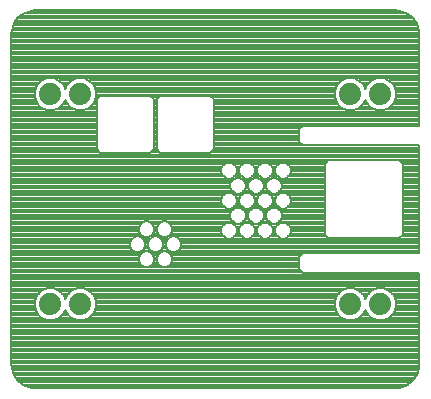
<source format=gbl>
G75*
%MOIN*%
%OFA0B0*%
%FSLAX25Y25*%
%IPPOS*%
%LPD*%
%AMOC8*
5,1,8,0,0,1.08239X$1,22.5*
%
%ADD10C,0.07400*%
%ADD11C,0.00800*%
D10*
X0020000Y0031500D03*
X0030000Y0031500D03*
X0030000Y0101500D03*
X0020000Y0101500D03*
X0120000Y0101500D03*
X0130000Y0101500D03*
X0130000Y0031500D03*
X0120000Y0031500D03*
D11*
X0009343Y0005843D02*
X0007872Y0007868D01*
X0007098Y0010249D01*
X0007000Y0011500D01*
X0007000Y0121500D01*
X0007098Y0122751D01*
X0007872Y0125132D01*
X0009343Y0127157D01*
X0011368Y0128628D01*
X0013749Y0129402D01*
X0015000Y0129500D01*
X0135000Y0129500D01*
X0136251Y0129402D01*
X0138632Y0128628D01*
X0140657Y0127157D01*
X0142128Y0125132D01*
X0142902Y0122751D01*
X0143000Y0121500D01*
X0143000Y0091000D01*
X0104172Y0091000D01*
X0103000Y0089828D01*
X0103000Y0085672D01*
X0104172Y0084500D01*
X0143000Y0084500D01*
X0143000Y0048500D01*
X0104172Y0048500D01*
X0103000Y0047328D01*
X0103000Y0043172D01*
X0104172Y0042000D01*
X0143000Y0042000D01*
X0143000Y0011500D01*
X0142902Y0010249D01*
X0142128Y0007868D01*
X0140657Y0005843D01*
X0138632Y0004372D01*
X0136251Y0003598D01*
X0135000Y0003500D01*
X0015000Y0003500D01*
X0013749Y0003598D01*
X0011368Y0004372D01*
X0009343Y0005843D01*
X0009018Y0006291D02*
X0140982Y0006291D01*
X0141562Y0007090D02*
X0008438Y0007090D01*
X0007865Y0007888D02*
X0142135Y0007888D01*
X0142394Y0008687D02*
X0007606Y0008687D01*
X0007347Y0009485D02*
X0142653Y0009485D01*
X0142904Y0010284D02*
X0007096Y0010284D01*
X0007033Y0011082D02*
X0142967Y0011082D01*
X0143000Y0011881D02*
X0007000Y0011881D01*
X0007000Y0012679D02*
X0143000Y0012679D01*
X0143000Y0013478D02*
X0007000Y0013478D01*
X0007000Y0014276D02*
X0143000Y0014276D01*
X0143000Y0015075D02*
X0007000Y0015075D01*
X0007000Y0015873D02*
X0143000Y0015873D01*
X0143000Y0016672D02*
X0007000Y0016672D01*
X0007000Y0017470D02*
X0143000Y0017470D01*
X0143000Y0018269D02*
X0007000Y0018269D01*
X0007000Y0019067D02*
X0143000Y0019067D01*
X0143000Y0019866D02*
X0007000Y0019866D01*
X0007000Y0020664D02*
X0143000Y0020664D01*
X0143000Y0021463D02*
X0007000Y0021463D01*
X0007000Y0022261D02*
X0143000Y0022261D01*
X0143000Y0023060D02*
X0007000Y0023060D01*
X0007000Y0023858D02*
X0143000Y0023858D01*
X0143000Y0024657D02*
X0007000Y0024657D01*
X0007000Y0025455D02*
X0143000Y0025455D01*
X0143000Y0026254D02*
X0131184Y0026254D01*
X0131054Y0026200D02*
X0133002Y0027007D01*
X0134493Y0028498D01*
X0135300Y0030446D01*
X0135300Y0032554D01*
X0134493Y0034502D01*
X0133002Y0035993D01*
X0131054Y0036800D01*
X0128946Y0036800D01*
X0126998Y0035993D01*
X0125507Y0034502D01*
X0125000Y0033278D01*
X0124493Y0034502D01*
X0123002Y0035993D01*
X0121054Y0036800D01*
X0118946Y0036800D01*
X0116998Y0035993D01*
X0115507Y0034502D01*
X0114700Y0032554D01*
X0114700Y0030446D01*
X0115507Y0028498D01*
X0116998Y0027007D01*
X0118946Y0026200D01*
X0121054Y0026200D01*
X0123002Y0027007D01*
X0124493Y0028498D01*
X0125000Y0029722D01*
X0125507Y0028498D01*
X0126998Y0027007D01*
X0128946Y0026200D01*
X0131054Y0026200D01*
X0133048Y0027052D02*
X0143000Y0027052D01*
X0143000Y0027851D02*
X0133846Y0027851D01*
X0134556Y0028649D02*
X0143000Y0028649D01*
X0143000Y0029448D02*
X0134887Y0029448D01*
X0135217Y0030246D02*
X0143000Y0030246D01*
X0143000Y0031045D02*
X0135300Y0031045D01*
X0135300Y0031843D02*
X0143000Y0031843D01*
X0143000Y0032642D02*
X0135264Y0032642D01*
X0134933Y0033440D02*
X0143000Y0033440D01*
X0143000Y0034239D02*
X0134602Y0034239D01*
X0133958Y0035037D02*
X0143000Y0035037D01*
X0143000Y0035836D02*
X0133159Y0035836D01*
X0131454Y0036634D02*
X0143000Y0036634D01*
X0143000Y0037433D02*
X0007000Y0037433D01*
X0007000Y0036634D02*
X0018546Y0036634D01*
X0018946Y0036800D02*
X0016998Y0035993D01*
X0015507Y0034502D01*
X0014700Y0032554D01*
X0014700Y0030446D01*
X0015507Y0028498D01*
X0016998Y0027007D01*
X0018946Y0026200D01*
X0021054Y0026200D01*
X0023002Y0027007D01*
X0024493Y0028498D01*
X0025000Y0029722D01*
X0025507Y0028498D01*
X0026998Y0027007D01*
X0028946Y0026200D01*
X0031054Y0026200D01*
X0033002Y0027007D01*
X0034493Y0028498D01*
X0035300Y0030446D01*
X0035300Y0032554D01*
X0034493Y0034502D01*
X0033002Y0035993D01*
X0031054Y0036800D01*
X0028946Y0036800D01*
X0026998Y0035993D01*
X0025507Y0034502D01*
X0025000Y0033278D01*
X0024493Y0034502D01*
X0023002Y0035993D01*
X0021054Y0036800D01*
X0018946Y0036800D01*
X0016841Y0035836D02*
X0007000Y0035836D01*
X0007000Y0035037D02*
X0016042Y0035037D01*
X0015398Y0034239D02*
X0007000Y0034239D01*
X0007000Y0033440D02*
X0015067Y0033440D01*
X0014736Y0032642D02*
X0007000Y0032642D01*
X0007000Y0031843D02*
X0014700Y0031843D01*
X0014700Y0031045D02*
X0007000Y0031045D01*
X0007000Y0030246D02*
X0014783Y0030246D01*
X0015113Y0029448D02*
X0007000Y0029448D01*
X0007000Y0028649D02*
X0015444Y0028649D01*
X0016154Y0027851D02*
X0007000Y0027851D01*
X0007000Y0027052D02*
X0016952Y0027052D01*
X0018816Y0026254D02*
X0007000Y0026254D01*
X0007000Y0038232D02*
X0143000Y0038232D01*
X0143000Y0039030D02*
X0007000Y0039030D01*
X0007000Y0039829D02*
X0143000Y0039829D01*
X0143000Y0040627D02*
X0007000Y0040627D01*
X0007000Y0041426D02*
X0143000Y0041426D01*
X0143000Y0048612D02*
X0059565Y0048612D01*
X0059473Y0048704D02*
X0058517Y0049100D01*
X0057483Y0049100D01*
X0056527Y0048704D01*
X0055796Y0047973D01*
X0055400Y0047017D01*
X0055400Y0045983D01*
X0055796Y0045027D01*
X0056527Y0044296D01*
X0057483Y0043900D01*
X0058517Y0043900D01*
X0059473Y0044296D01*
X0060204Y0045027D01*
X0060600Y0045983D01*
X0060600Y0047017D01*
X0060204Y0047973D01*
X0059473Y0048704D01*
X0059527Y0049296D02*
X0060483Y0048900D01*
X0061517Y0048900D01*
X0062473Y0049296D01*
X0063204Y0050027D01*
X0063600Y0050983D01*
X0063600Y0052017D01*
X0063204Y0052973D01*
X0062473Y0053704D01*
X0061517Y0054100D01*
X0060483Y0054100D01*
X0059527Y0053704D01*
X0058796Y0052973D01*
X0058400Y0052017D01*
X0058400Y0050983D01*
X0058796Y0050027D01*
X0059527Y0049296D01*
X0059412Y0049411D02*
X0056588Y0049411D01*
X0056473Y0049296D02*
X0057204Y0050027D01*
X0057600Y0050983D01*
X0057600Y0052017D01*
X0057204Y0052973D01*
X0056473Y0053704D01*
X0055517Y0054100D01*
X0054483Y0054100D01*
X0053527Y0053704D01*
X0052796Y0052973D01*
X0052400Y0052017D01*
X0052400Y0050983D01*
X0052796Y0050027D01*
X0053527Y0049296D01*
X0054483Y0048900D01*
X0055517Y0048900D01*
X0056473Y0049296D01*
X0056435Y0048612D02*
X0053565Y0048612D01*
X0053473Y0048704D02*
X0052517Y0049100D01*
X0051483Y0049100D01*
X0050527Y0048704D01*
X0049796Y0047973D01*
X0049400Y0047017D01*
X0049400Y0045983D01*
X0049796Y0045027D01*
X0050527Y0044296D01*
X0051483Y0043900D01*
X0052517Y0043900D01*
X0053473Y0044296D01*
X0054204Y0045027D01*
X0054600Y0045983D01*
X0054600Y0047017D01*
X0054204Y0047973D01*
X0053473Y0048704D01*
X0053412Y0049411D02*
X0050588Y0049411D01*
X0050473Y0049296D02*
X0051204Y0050027D01*
X0051600Y0050983D01*
X0051600Y0052017D01*
X0051204Y0052973D01*
X0050473Y0053704D01*
X0049517Y0054100D01*
X0048483Y0054100D01*
X0047527Y0053704D01*
X0046796Y0052973D01*
X0046400Y0052017D01*
X0046400Y0050983D01*
X0046796Y0050027D01*
X0047527Y0049296D01*
X0048483Y0048900D01*
X0049517Y0048900D01*
X0050473Y0049296D01*
X0050435Y0048612D02*
X0007000Y0048612D01*
X0007000Y0047814D02*
X0049730Y0047814D01*
X0049400Y0047015D02*
X0007000Y0047015D01*
X0007000Y0046217D02*
X0049400Y0046217D01*
X0049634Y0045418D02*
X0007000Y0045418D01*
X0007000Y0044620D02*
X0050203Y0044620D01*
X0053797Y0044620D02*
X0056203Y0044620D01*
X0055634Y0045418D02*
X0054366Y0045418D01*
X0054600Y0046217D02*
X0055400Y0046217D01*
X0055400Y0047015D02*
X0054600Y0047015D01*
X0054270Y0047814D02*
X0055730Y0047814D01*
X0057280Y0050209D02*
X0058720Y0050209D01*
X0058400Y0051008D02*
X0057600Y0051008D01*
X0057600Y0051806D02*
X0058400Y0051806D01*
X0058643Y0052605D02*
X0057357Y0052605D01*
X0056774Y0053403D02*
X0059226Y0053403D01*
X0059246Y0054202D02*
X0077621Y0054202D01*
X0077296Y0054527D02*
X0078027Y0053796D01*
X0078983Y0053400D01*
X0080017Y0053400D01*
X0080973Y0053796D01*
X0081704Y0054527D01*
X0082100Y0055483D01*
X0082100Y0056517D01*
X0081704Y0057473D01*
X0080973Y0058204D01*
X0080017Y0058600D01*
X0078983Y0058600D01*
X0078027Y0058204D01*
X0077296Y0057473D01*
X0076900Y0056517D01*
X0076900Y0055483D01*
X0077296Y0054527D01*
X0077100Y0055000D02*
X0060177Y0055000D01*
X0060204Y0055027D02*
X0060600Y0055983D01*
X0060600Y0057017D01*
X0060204Y0057973D01*
X0059473Y0058704D01*
X0058517Y0059100D01*
X0057483Y0059100D01*
X0056527Y0058704D01*
X0055796Y0057973D01*
X0055400Y0057017D01*
X0055400Y0055983D01*
X0055796Y0055027D01*
X0056527Y0054296D01*
X0057483Y0053900D01*
X0058517Y0053900D01*
X0059473Y0054296D01*
X0060204Y0055027D01*
X0060524Y0055799D02*
X0076900Y0055799D01*
X0076933Y0056597D02*
X0060600Y0056597D01*
X0060443Y0057396D02*
X0077264Y0057396D01*
X0078017Y0058194D02*
X0059983Y0058194D01*
X0058776Y0058993D02*
X0080830Y0058993D01*
X0081027Y0058796D02*
X0081983Y0058400D01*
X0083017Y0058400D01*
X0083973Y0058796D01*
X0084704Y0059527D01*
X0085100Y0060483D01*
X0085100Y0061517D01*
X0084704Y0062473D01*
X0083973Y0063204D01*
X0083017Y0063600D01*
X0081983Y0063600D01*
X0081027Y0063204D01*
X0080296Y0062473D01*
X0079900Y0061517D01*
X0079900Y0060483D01*
X0080296Y0059527D01*
X0081027Y0058796D01*
X0080983Y0058194D02*
X0084017Y0058194D01*
X0084027Y0058204D02*
X0083296Y0057473D01*
X0082900Y0056517D01*
X0082900Y0055483D01*
X0083296Y0054527D01*
X0084027Y0053796D01*
X0084983Y0053400D01*
X0086017Y0053400D01*
X0086973Y0053796D01*
X0087704Y0054527D01*
X0088100Y0055483D01*
X0088100Y0056517D01*
X0087704Y0057473D01*
X0086973Y0058204D01*
X0086017Y0058600D01*
X0084983Y0058600D01*
X0084027Y0058204D01*
X0084170Y0058993D02*
X0086830Y0058993D01*
X0087027Y0058796D02*
X0087983Y0058400D01*
X0089017Y0058400D01*
X0089973Y0058796D01*
X0090704Y0059527D01*
X0091100Y0060483D01*
X0091100Y0061517D01*
X0090704Y0062473D01*
X0089973Y0063204D01*
X0089017Y0063600D01*
X0087983Y0063600D01*
X0087027Y0063204D01*
X0086296Y0062473D01*
X0085900Y0061517D01*
X0085900Y0060483D01*
X0086296Y0059527D01*
X0087027Y0058796D01*
X0086983Y0058194D02*
X0090017Y0058194D01*
X0090027Y0058204D02*
X0089296Y0057473D01*
X0088900Y0056517D01*
X0088900Y0055483D01*
X0089296Y0054527D01*
X0090027Y0053796D01*
X0090983Y0053400D01*
X0092017Y0053400D01*
X0092973Y0053796D01*
X0093704Y0054527D01*
X0094100Y0055483D01*
X0094100Y0056517D01*
X0093704Y0057473D01*
X0092973Y0058204D01*
X0092017Y0058600D01*
X0090983Y0058600D01*
X0090027Y0058204D01*
X0090170Y0058993D02*
X0092830Y0058993D01*
X0093027Y0058796D02*
X0093983Y0058400D01*
X0095017Y0058400D01*
X0095973Y0058796D01*
X0096704Y0059527D01*
X0097100Y0060483D01*
X0097100Y0061517D01*
X0096704Y0062473D01*
X0095973Y0063204D01*
X0095017Y0063600D01*
X0093983Y0063600D01*
X0093027Y0063204D01*
X0092296Y0062473D01*
X0091900Y0061517D01*
X0091900Y0060483D01*
X0092296Y0059527D01*
X0093027Y0058796D01*
X0092983Y0058194D02*
X0096017Y0058194D01*
X0096027Y0058204D02*
X0095296Y0057473D01*
X0094900Y0056517D01*
X0094900Y0055483D01*
X0095296Y0054527D01*
X0096027Y0053796D01*
X0096983Y0053400D01*
X0098017Y0053400D01*
X0098973Y0053796D01*
X0099704Y0054527D01*
X0100100Y0055483D01*
X0100100Y0056517D01*
X0099704Y0057473D01*
X0098973Y0058204D01*
X0098017Y0058600D01*
X0096983Y0058600D01*
X0096027Y0058204D01*
X0096170Y0058993D02*
X0111500Y0058993D01*
X0111500Y0059791D02*
X0096814Y0059791D01*
X0097100Y0060590D02*
X0111500Y0060590D01*
X0111500Y0061388D02*
X0097100Y0061388D01*
X0096823Y0062187D02*
X0111500Y0062187D01*
X0111500Y0062985D02*
X0096192Y0062985D01*
X0096056Y0063784D02*
X0092944Y0063784D01*
X0092973Y0063796D02*
X0093704Y0064527D01*
X0094100Y0065483D01*
X0094100Y0066517D01*
X0093704Y0067473D01*
X0092973Y0068204D01*
X0092017Y0068600D01*
X0090983Y0068600D01*
X0090027Y0068204D01*
X0089296Y0067473D01*
X0088900Y0066517D01*
X0088900Y0065483D01*
X0089296Y0064527D01*
X0090027Y0063796D01*
X0090983Y0063400D01*
X0092017Y0063400D01*
X0092973Y0063796D01*
X0092808Y0062985D02*
X0090192Y0062985D01*
X0090056Y0063784D02*
X0086944Y0063784D01*
X0086973Y0063796D02*
X0087704Y0064527D01*
X0088100Y0065483D01*
X0088100Y0066517D01*
X0087704Y0067473D01*
X0086973Y0068204D01*
X0086017Y0068600D01*
X0084983Y0068600D01*
X0084027Y0068204D01*
X0083296Y0067473D01*
X0082900Y0066517D01*
X0082900Y0065483D01*
X0083296Y0064527D01*
X0084027Y0063796D01*
X0084983Y0063400D01*
X0086017Y0063400D01*
X0086973Y0063796D01*
X0086808Y0062985D02*
X0084192Y0062985D01*
X0084056Y0063784D02*
X0080944Y0063784D01*
X0080973Y0063796D02*
X0081704Y0064527D01*
X0082100Y0065483D01*
X0082100Y0066517D01*
X0081704Y0067473D01*
X0080973Y0068204D01*
X0080017Y0068600D01*
X0078983Y0068600D01*
X0078027Y0068204D01*
X0077296Y0067473D01*
X0076900Y0066517D01*
X0076900Y0065483D01*
X0077296Y0064527D01*
X0078027Y0063796D01*
X0078983Y0063400D01*
X0080017Y0063400D01*
X0080973Y0063796D01*
X0080808Y0062985D02*
X0007000Y0062985D01*
X0007000Y0062187D02*
X0080177Y0062187D01*
X0079900Y0061388D02*
X0007000Y0061388D01*
X0007000Y0060590D02*
X0079900Y0060590D01*
X0080186Y0059791D02*
X0007000Y0059791D01*
X0007000Y0058993D02*
X0051224Y0058993D01*
X0051483Y0059100D02*
X0050527Y0058704D01*
X0049796Y0057973D01*
X0049400Y0057017D01*
X0049400Y0055983D01*
X0049796Y0055027D01*
X0050527Y0054296D01*
X0051483Y0053900D01*
X0052517Y0053900D01*
X0053473Y0054296D01*
X0054204Y0055027D01*
X0054600Y0055983D01*
X0054600Y0057017D01*
X0054204Y0057973D01*
X0053473Y0058704D01*
X0052517Y0059100D01*
X0051483Y0059100D01*
X0052776Y0058993D02*
X0057224Y0058993D01*
X0056017Y0058194D02*
X0053983Y0058194D01*
X0054443Y0057396D02*
X0055557Y0057396D01*
X0055400Y0056597D02*
X0054600Y0056597D01*
X0054524Y0055799D02*
X0055476Y0055799D01*
X0055823Y0055000D02*
X0054177Y0055000D01*
X0053246Y0054202D02*
X0056754Y0054202D01*
X0053226Y0053403D02*
X0050774Y0053403D01*
X0050754Y0054202D02*
X0007000Y0054202D01*
X0007000Y0055000D02*
X0049823Y0055000D01*
X0049476Y0055799D02*
X0007000Y0055799D01*
X0007000Y0056597D02*
X0049400Y0056597D01*
X0049557Y0057396D02*
X0007000Y0057396D01*
X0007000Y0058194D02*
X0050017Y0058194D01*
X0047226Y0053403D02*
X0007000Y0053403D01*
X0007000Y0052605D02*
X0046643Y0052605D01*
X0046400Y0051806D02*
X0007000Y0051806D01*
X0007000Y0051008D02*
X0046400Y0051008D01*
X0046720Y0050209D02*
X0007000Y0050209D01*
X0007000Y0049411D02*
X0047412Y0049411D01*
X0051280Y0050209D02*
X0052720Y0050209D01*
X0052400Y0051008D02*
X0051600Y0051008D01*
X0051600Y0051806D02*
X0052400Y0051806D01*
X0052643Y0052605D02*
X0051357Y0052605D01*
X0060270Y0047814D02*
X0103485Y0047814D01*
X0103000Y0047015D02*
X0060600Y0047015D01*
X0060600Y0046217D02*
X0103000Y0046217D01*
X0103000Y0045418D02*
X0060366Y0045418D01*
X0059797Y0044620D02*
X0103000Y0044620D01*
X0103000Y0043821D02*
X0007000Y0043821D01*
X0007000Y0043023D02*
X0103149Y0043023D01*
X0103947Y0042224D02*
X0007000Y0042224D01*
X0021454Y0036634D02*
X0028546Y0036634D01*
X0026841Y0035836D02*
X0023159Y0035836D01*
X0023958Y0035037D02*
X0026042Y0035037D01*
X0025398Y0034239D02*
X0024602Y0034239D01*
X0024933Y0033440D02*
X0025067Y0033440D01*
X0025113Y0029448D02*
X0024887Y0029448D01*
X0024556Y0028649D02*
X0025444Y0028649D01*
X0026154Y0027851D02*
X0023846Y0027851D01*
X0023048Y0027052D02*
X0026952Y0027052D01*
X0028816Y0026254D02*
X0021184Y0026254D01*
X0031184Y0026254D02*
X0118816Y0026254D01*
X0121184Y0026254D02*
X0128816Y0026254D01*
X0126952Y0027052D02*
X0123048Y0027052D01*
X0123846Y0027851D02*
X0126154Y0027851D01*
X0125444Y0028649D02*
X0124556Y0028649D01*
X0124887Y0029448D02*
X0125113Y0029448D01*
X0125067Y0033440D02*
X0124933Y0033440D01*
X0124602Y0034239D02*
X0125398Y0034239D01*
X0126042Y0035037D02*
X0123958Y0035037D01*
X0123159Y0035836D02*
X0126841Y0035836D01*
X0128546Y0036634D02*
X0121454Y0036634D01*
X0118546Y0036634D02*
X0031454Y0036634D01*
X0033159Y0035836D02*
X0116841Y0035836D01*
X0116042Y0035037D02*
X0033958Y0035037D01*
X0034602Y0034239D02*
X0115398Y0034239D01*
X0115067Y0033440D02*
X0034933Y0033440D01*
X0035264Y0032642D02*
X0114736Y0032642D01*
X0114700Y0031843D02*
X0035300Y0031843D01*
X0035300Y0031045D02*
X0114700Y0031045D01*
X0114783Y0030246D02*
X0035217Y0030246D01*
X0034887Y0029448D02*
X0115113Y0029448D01*
X0115444Y0028649D02*
X0034556Y0028649D01*
X0033846Y0027851D02*
X0116154Y0027851D01*
X0116952Y0027052D02*
X0033048Y0027052D01*
X0010925Y0004694D02*
X0139075Y0004694D01*
X0140174Y0005493D02*
X0009826Y0005493D01*
X0012834Y0003896D02*
X0137166Y0003896D01*
X0143000Y0049411D02*
X0062588Y0049411D01*
X0063280Y0050209D02*
X0143000Y0050209D01*
X0143000Y0051008D02*
X0063600Y0051008D01*
X0063600Y0051806D02*
X0143000Y0051806D01*
X0143000Y0052605D02*
X0063357Y0052605D01*
X0062774Y0053403D02*
X0078975Y0053403D01*
X0080025Y0053403D02*
X0084975Y0053403D01*
X0086025Y0053403D02*
X0090975Y0053403D01*
X0092025Y0053403D02*
X0096975Y0053403D01*
X0098025Y0053403D02*
X0143000Y0053403D01*
X0143000Y0054202D02*
X0137030Y0054202D01*
X0137500Y0054672D02*
X0137500Y0078328D01*
X0136328Y0079500D01*
X0112672Y0079500D01*
X0111500Y0078328D01*
X0111500Y0054672D01*
X0112672Y0053500D01*
X0114328Y0053500D01*
X0136328Y0053500D01*
X0137500Y0054672D01*
X0137500Y0055000D02*
X0143000Y0055000D01*
X0143000Y0055799D02*
X0137500Y0055799D01*
X0137500Y0056597D02*
X0143000Y0056597D01*
X0143000Y0057396D02*
X0137500Y0057396D01*
X0137500Y0058194D02*
X0143000Y0058194D01*
X0143000Y0058993D02*
X0137500Y0058993D01*
X0137500Y0059791D02*
X0143000Y0059791D01*
X0143000Y0060590D02*
X0137500Y0060590D01*
X0137500Y0061388D02*
X0143000Y0061388D01*
X0143000Y0062187D02*
X0137500Y0062187D01*
X0137500Y0062985D02*
X0143000Y0062985D01*
X0143000Y0063784D02*
X0137500Y0063784D01*
X0137500Y0064582D02*
X0143000Y0064582D01*
X0143000Y0065381D02*
X0137500Y0065381D01*
X0137500Y0066179D02*
X0143000Y0066179D01*
X0143000Y0066978D02*
X0137500Y0066978D01*
X0137500Y0067776D02*
X0143000Y0067776D01*
X0143000Y0068575D02*
X0137500Y0068575D01*
X0137500Y0069373D02*
X0143000Y0069373D01*
X0143000Y0070172D02*
X0137500Y0070172D01*
X0137500Y0070970D02*
X0143000Y0070970D01*
X0143000Y0071769D02*
X0137500Y0071769D01*
X0137500Y0072568D02*
X0143000Y0072568D01*
X0143000Y0073366D02*
X0137500Y0073366D01*
X0137500Y0074165D02*
X0143000Y0074165D01*
X0143000Y0074963D02*
X0137500Y0074963D01*
X0137500Y0075762D02*
X0143000Y0075762D01*
X0143000Y0076560D02*
X0137500Y0076560D01*
X0137500Y0077359D02*
X0143000Y0077359D01*
X0143000Y0078157D02*
X0137500Y0078157D01*
X0136873Y0078956D02*
X0143000Y0078956D01*
X0143000Y0079754D02*
X0007000Y0079754D01*
X0007000Y0078956D02*
X0112127Y0078956D01*
X0111500Y0078157D02*
X0099020Y0078157D01*
X0098973Y0078204D02*
X0098017Y0078600D01*
X0096983Y0078600D01*
X0096027Y0078204D01*
X0095296Y0077473D01*
X0094900Y0076517D01*
X0094900Y0075483D01*
X0095296Y0074527D01*
X0096027Y0073796D01*
X0096983Y0073400D01*
X0098017Y0073400D01*
X0098973Y0073796D01*
X0099704Y0074527D01*
X0100100Y0075483D01*
X0100100Y0076517D01*
X0099704Y0077473D01*
X0098973Y0078204D01*
X0099751Y0077359D02*
X0111500Y0077359D01*
X0111500Y0076560D02*
X0100082Y0076560D01*
X0100100Y0075762D02*
X0111500Y0075762D01*
X0111500Y0074963D02*
X0099885Y0074963D01*
X0099341Y0074165D02*
X0111500Y0074165D01*
X0111500Y0073366D02*
X0095582Y0073366D01*
X0095973Y0073204D02*
X0095017Y0073600D01*
X0093983Y0073600D01*
X0093027Y0073204D01*
X0092296Y0072473D01*
X0091900Y0071517D01*
X0091900Y0070483D01*
X0092296Y0069527D01*
X0093027Y0068796D01*
X0093983Y0068400D01*
X0095017Y0068400D01*
X0095973Y0068796D01*
X0096704Y0069527D01*
X0097100Y0070483D01*
X0097100Y0071517D01*
X0096704Y0072473D01*
X0095973Y0073204D01*
X0096609Y0072568D02*
X0111500Y0072568D01*
X0111500Y0071769D02*
X0096996Y0071769D01*
X0097100Y0070970D02*
X0111500Y0070970D01*
X0111500Y0070172D02*
X0096971Y0070172D01*
X0096550Y0069373D02*
X0111500Y0069373D01*
X0111500Y0068575D02*
X0098078Y0068575D01*
X0098017Y0068600D02*
X0096983Y0068600D01*
X0096027Y0068204D01*
X0095296Y0067473D01*
X0094900Y0066517D01*
X0094900Y0065483D01*
X0095296Y0064527D01*
X0096027Y0063796D01*
X0096983Y0063400D01*
X0098017Y0063400D01*
X0098973Y0063796D01*
X0099704Y0064527D01*
X0100100Y0065483D01*
X0100100Y0066517D01*
X0099704Y0067473D01*
X0098973Y0068204D01*
X0098017Y0068600D01*
X0096922Y0068575D02*
X0095440Y0068575D01*
X0095599Y0067776D02*
X0093400Y0067776D01*
X0093560Y0068575D02*
X0092078Y0068575D01*
X0092450Y0069373D02*
X0090550Y0069373D01*
X0090704Y0069527D02*
X0091100Y0070483D01*
X0091100Y0071517D01*
X0090704Y0072473D01*
X0089973Y0073204D01*
X0089017Y0073600D01*
X0087983Y0073600D01*
X0087027Y0073204D01*
X0086296Y0072473D01*
X0085900Y0071517D01*
X0085900Y0070483D01*
X0086296Y0069527D01*
X0087027Y0068796D01*
X0087983Y0068400D01*
X0089017Y0068400D01*
X0089973Y0068796D01*
X0090704Y0069527D01*
X0090971Y0070172D02*
X0092029Y0070172D01*
X0091900Y0070970D02*
X0091100Y0070970D01*
X0090996Y0071769D02*
X0092004Y0071769D01*
X0092391Y0072568D02*
X0090609Y0072568D01*
X0090983Y0073400D02*
X0090027Y0073796D01*
X0089296Y0074527D01*
X0088900Y0075483D01*
X0088900Y0076517D01*
X0089296Y0077473D01*
X0090027Y0078204D01*
X0090983Y0078600D01*
X0092017Y0078600D01*
X0092973Y0078204D01*
X0093704Y0077473D01*
X0094100Y0076517D01*
X0094100Y0075483D01*
X0093704Y0074527D01*
X0092973Y0073796D01*
X0092017Y0073400D01*
X0090983Y0073400D01*
X0089582Y0073366D02*
X0093418Y0073366D01*
X0093341Y0074165D02*
X0095659Y0074165D01*
X0095115Y0074963D02*
X0093885Y0074963D01*
X0094100Y0075762D02*
X0094900Y0075762D01*
X0094918Y0076560D02*
X0094082Y0076560D01*
X0093751Y0077359D02*
X0095249Y0077359D01*
X0095980Y0078157D02*
X0093020Y0078157D01*
X0089980Y0078157D02*
X0087020Y0078157D01*
X0086973Y0078204D02*
X0086017Y0078600D01*
X0084983Y0078600D01*
X0084027Y0078204D01*
X0083296Y0077473D01*
X0082900Y0076517D01*
X0082900Y0075483D01*
X0083296Y0074527D01*
X0084027Y0073796D01*
X0084983Y0073400D01*
X0086017Y0073400D01*
X0086973Y0073796D01*
X0087704Y0074527D01*
X0088100Y0075483D01*
X0088100Y0076517D01*
X0087704Y0077473D01*
X0086973Y0078204D01*
X0087751Y0077359D02*
X0089249Y0077359D01*
X0088918Y0076560D02*
X0088082Y0076560D01*
X0088100Y0075762D02*
X0088900Y0075762D01*
X0089115Y0074963D02*
X0087885Y0074963D01*
X0087341Y0074165D02*
X0089659Y0074165D01*
X0087418Y0073366D02*
X0083582Y0073366D01*
X0083973Y0073204D02*
X0083017Y0073600D01*
X0081983Y0073600D01*
X0081027Y0073204D01*
X0080296Y0072473D01*
X0079900Y0071517D01*
X0079900Y0070483D01*
X0080296Y0069527D01*
X0081027Y0068796D01*
X0081983Y0068400D01*
X0083017Y0068400D01*
X0083973Y0068796D01*
X0084704Y0069527D01*
X0085100Y0070483D01*
X0085100Y0071517D01*
X0084704Y0072473D01*
X0083973Y0073204D01*
X0084609Y0072568D02*
X0086391Y0072568D01*
X0086004Y0071769D02*
X0084996Y0071769D01*
X0085100Y0070970D02*
X0085900Y0070970D01*
X0086029Y0070172D02*
X0084971Y0070172D01*
X0084550Y0069373D02*
X0086450Y0069373D01*
X0086078Y0068575D02*
X0087560Y0068575D01*
X0087400Y0067776D02*
X0089599Y0067776D01*
X0089440Y0068575D02*
X0090922Y0068575D01*
X0089091Y0066978D02*
X0087909Y0066978D01*
X0088100Y0066179D02*
X0088900Y0066179D01*
X0088942Y0065381D02*
X0088058Y0065381D01*
X0087727Y0064582D02*
X0089273Y0064582D01*
X0090823Y0062187D02*
X0092177Y0062187D01*
X0091900Y0061388D02*
X0091100Y0061388D01*
X0091100Y0060590D02*
X0091900Y0060590D01*
X0092186Y0059791D02*
X0090814Y0059791D01*
X0089264Y0057396D02*
X0087736Y0057396D01*
X0088067Y0056597D02*
X0088933Y0056597D01*
X0088900Y0055799D02*
X0088100Y0055799D01*
X0087900Y0055000D02*
X0089100Y0055000D01*
X0089621Y0054202D02*
X0087379Y0054202D01*
X0083621Y0054202D02*
X0081379Y0054202D01*
X0081900Y0055000D02*
X0083100Y0055000D01*
X0082900Y0055799D02*
X0082100Y0055799D01*
X0082067Y0056597D02*
X0082933Y0056597D01*
X0083264Y0057396D02*
X0081736Y0057396D01*
X0084814Y0059791D02*
X0086186Y0059791D01*
X0085900Y0060590D02*
X0085100Y0060590D01*
X0085100Y0061388D02*
X0085900Y0061388D01*
X0086177Y0062187D02*
X0084823Y0062187D01*
X0083273Y0064582D02*
X0081727Y0064582D01*
X0082058Y0065381D02*
X0082942Y0065381D01*
X0082900Y0066179D02*
X0082100Y0066179D01*
X0081909Y0066978D02*
X0083091Y0066978D01*
X0083599Y0067776D02*
X0081400Y0067776D01*
X0081560Y0068575D02*
X0080078Y0068575D01*
X0080450Y0069373D02*
X0007000Y0069373D01*
X0007000Y0068575D02*
X0078922Y0068575D01*
X0077599Y0067776D02*
X0007000Y0067776D01*
X0007000Y0066978D02*
X0077091Y0066978D01*
X0076900Y0066179D02*
X0007000Y0066179D01*
X0007000Y0065381D02*
X0076942Y0065381D01*
X0077273Y0064582D02*
X0007000Y0064582D01*
X0007000Y0063784D02*
X0078056Y0063784D01*
X0083440Y0068575D02*
X0084922Y0068575D01*
X0080029Y0070172D02*
X0007000Y0070172D01*
X0007000Y0070970D02*
X0079900Y0070970D01*
X0080004Y0071769D02*
X0007000Y0071769D01*
X0007000Y0072568D02*
X0080391Y0072568D01*
X0080017Y0073400D02*
X0078983Y0073400D01*
X0078027Y0073796D01*
X0077296Y0074527D01*
X0076900Y0075483D01*
X0076900Y0076517D01*
X0077296Y0077473D01*
X0078027Y0078204D01*
X0078983Y0078600D01*
X0080017Y0078600D01*
X0080973Y0078204D01*
X0081704Y0077473D01*
X0082100Y0076517D01*
X0082100Y0075483D01*
X0081704Y0074527D01*
X0080973Y0073796D01*
X0080017Y0073400D01*
X0081418Y0073366D02*
X0007000Y0073366D01*
X0007000Y0074165D02*
X0077659Y0074165D01*
X0077115Y0074963D02*
X0007000Y0074963D01*
X0007000Y0075762D02*
X0076900Y0075762D01*
X0076918Y0076560D02*
X0007000Y0076560D01*
X0007000Y0077359D02*
X0077249Y0077359D01*
X0077980Y0078157D02*
X0007000Y0078157D01*
X0007000Y0080553D02*
X0143000Y0080553D01*
X0143000Y0081351D02*
X0007000Y0081351D01*
X0007000Y0082150D02*
X0036522Y0082150D01*
X0036672Y0082000D02*
X0035500Y0083172D01*
X0035500Y0099828D01*
X0036672Y0101000D01*
X0053328Y0101000D01*
X0054500Y0099828D01*
X0054500Y0083172D01*
X0053328Y0082000D01*
X0038328Y0082000D01*
X0036672Y0082000D01*
X0035723Y0082948D02*
X0007000Y0082948D01*
X0007000Y0083747D02*
X0035500Y0083747D01*
X0035500Y0084545D02*
X0007000Y0084545D01*
X0007000Y0085344D02*
X0035500Y0085344D01*
X0035500Y0086142D02*
X0007000Y0086142D01*
X0007000Y0086941D02*
X0035500Y0086941D01*
X0035500Y0087739D02*
X0007000Y0087739D01*
X0007000Y0088538D02*
X0035500Y0088538D01*
X0035500Y0089336D02*
X0007000Y0089336D01*
X0007000Y0090135D02*
X0035500Y0090135D01*
X0035500Y0090933D02*
X0007000Y0090933D01*
X0007000Y0091732D02*
X0035500Y0091732D01*
X0035500Y0092530D02*
X0007000Y0092530D01*
X0007000Y0093329D02*
X0035500Y0093329D01*
X0035500Y0094127D02*
X0007000Y0094127D01*
X0007000Y0094926D02*
X0035500Y0094926D01*
X0035500Y0095724D02*
X0007000Y0095724D01*
X0007000Y0096523D02*
X0018166Y0096523D01*
X0018946Y0096200D02*
X0021054Y0096200D01*
X0023002Y0097007D01*
X0024493Y0098498D01*
X0025000Y0099722D01*
X0025507Y0098498D01*
X0026998Y0097007D01*
X0028946Y0096200D01*
X0031054Y0096200D01*
X0033002Y0097007D01*
X0034493Y0098498D01*
X0035300Y0100446D01*
X0035300Y0102554D01*
X0034493Y0104502D01*
X0033002Y0105993D01*
X0031054Y0106800D01*
X0028946Y0106800D01*
X0026998Y0105993D01*
X0025507Y0104502D01*
X0025000Y0103278D01*
X0024493Y0104502D01*
X0023002Y0105993D01*
X0021054Y0106800D01*
X0018946Y0106800D01*
X0016998Y0105993D01*
X0015507Y0104502D01*
X0014700Y0102554D01*
X0014700Y0100446D01*
X0015507Y0098498D01*
X0016998Y0097007D01*
X0018946Y0096200D01*
X0016683Y0097321D02*
X0007000Y0097321D01*
X0007000Y0098120D02*
X0015885Y0098120D01*
X0015333Y0098918D02*
X0007000Y0098918D01*
X0007000Y0099717D02*
X0015002Y0099717D01*
X0014700Y0100515D02*
X0007000Y0100515D01*
X0007000Y0101314D02*
X0014700Y0101314D01*
X0014700Y0102112D02*
X0007000Y0102112D01*
X0007000Y0102911D02*
X0014848Y0102911D01*
X0015179Y0103709D02*
X0007000Y0103709D01*
X0007000Y0104508D02*
X0015513Y0104508D01*
X0016311Y0105306D02*
X0007000Y0105306D01*
X0007000Y0106105D02*
X0017268Y0106105D01*
X0022732Y0106105D02*
X0027268Y0106105D01*
X0026311Y0105306D02*
X0023689Y0105306D01*
X0024487Y0104508D02*
X0025513Y0104508D01*
X0025179Y0103709D02*
X0024821Y0103709D01*
X0024998Y0099717D02*
X0025002Y0099717D01*
X0025333Y0098918D02*
X0024667Y0098918D01*
X0024115Y0098120D02*
X0025885Y0098120D01*
X0026683Y0097321D02*
X0023317Y0097321D01*
X0021834Y0096523D02*
X0028166Y0096523D01*
X0031834Y0096523D02*
X0035500Y0096523D01*
X0035500Y0097321D02*
X0033317Y0097321D01*
X0034115Y0098120D02*
X0035500Y0098120D01*
X0035500Y0098918D02*
X0034667Y0098918D01*
X0034998Y0099717D02*
X0035500Y0099717D01*
X0035300Y0100515D02*
X0036187Y0100515D01*
X0035300Y0101314D02*
X0114700Y0101314D01*
X0114700Y0102112D02*
X0035300Y0102112D01*
X0035152Y0102911D02*
X0114848Y0102911D01*
X0114700Y0102554D02*
X0114700Y0100446D01*
X0115507Y0098498D01*
X0116998Y0097007D01*
X0118946Y0096200D01*
X0121054Y0096200D01*
X0123002Y0097007D01*
X0124493Y0098498D01*
X0125000Y0099722D01*
X0125507Y0098498D01*
X0126998Y0097007D01*
X0128946Y0096200D01*
X0131054Y0096200D01*
X0133002Y0097007D01*
X0134493Y0098498D01*
X0135300Y0100446D01*
X0135300Y0102554D01*
X0134493Y0104502D01*
X0133002Y0105993D01*
X0131054Y0106800D01*
X0128946Y0106800D01*
X0126998Y0105993D01*
X0125507Y0104502D01*
X0125000Y0103278D01*
X0124493Y0104502D01*
X0123002Y0105993D01*
X0121054Y0106800D01*
X0118946Y0106800D01*
X0116998Y0105993D01*
X0115507Y0104502D01*
X0114700Y0102554D01*
X0115179Y0103709D02*
X0034821Y0103709D01*
X0034487Y0104508D02*
X0115513Y0104508D01*
X0116311Y0105306D02*
X0033689Y0105306D01*
X0032732Y0106105D02*
X0117268Y0106105D01*
X0122732Y0106105D02*
X0127268Y0106105D01*
X0126311Y0105306D02*
X0123689Y0105306D01*
X0124487Y0104508D02*
X0125513Y0104508D01*
X0125179Y0103709D02*
X0124821Y0103709D01*
X0124998Y0099717D02*
X0125002Y0099717D01*
X0125333Y0098918D02*
X0124667Y0098918D01*
X0124115Y0098120D02*
X0125885Y0098120D01*
X0126683Y0097321D02*
X0123317Y0097321D01*
X0121834Y0096523D02*
X0128166Y0096523D01*
X0131834Y0096523D02*
X0143000Y0096523D01*
X0143000Y0097321D02*
X0133317Y0097321D01*
X0134115Y0098120D02*
X0143000Y0098120D01*
X0143000Y0098918D02*
X0134667Y0098918D01*
X0134998Y0099717D02*
X0143000Y0099717D01*
X0143000Y0100515D02*
X0135300Y0100515D01*
X0135300Y0101314D02*
X0143000Y0101314D01*
X0143000Y0102112D02*
X0135300Y0102112D01*
X0135152Y0102911D02*
X0143000Y0102911D01*
X0143000Y0103709D02*
X0134821Y0103709D01*
X0134487Y0104508D02*
X0143000Y0104508D01*
X0143000Y0105306D02*
X0133689Y0105306D01*
X0132732Y0106105D02*
X0143000Y0106105D01*
X0143000Y0106903D02*
X0007000Y0106903D01*
X0007000Y0107702D02*
X0143000Y0107702D01*
X0143000Y0108501D02*
X0007000Y0108501D01*
X0007000Y0109299D02*
X0143000Y0109299D01*
X0143000Y0110098D02*
X0007000Y0110098D01*
X0007000Y0110896D02*
X0143000Y0110896D01*
X0143000Y0111695D02*
X0007000Y0111695D01*
X0007000Y0112493D02*
X0143000Y0112493D01*
X0143000Y0113292D02*
X0007000Y0113292D01*
X0007000Y0114090D02*
X0143000Y0114090D01*
X0143000Y0114889D02*
X0007000Y0114889D01*
X0007000Y0115687D02*
X0143000Y0115687D01*
X0143000Y0116486D02*
X0007000Y0116486D01*
X0007000Y0117284D02*
X0143000Y0117284D01*
X0143000Y0118083D02*
X0007000Y0118083D01*
X0007000Y0118881D02*
X0143000Y0118881D01*
X0143000Y0119680D02*
X0007000Y0119680D01*
X0007000Y0120478D02*
X0143000Y0120478D01*
X0143000Y0121277D02*
X0007000Y0121277D01*
X0007045Y0122075D02*
X0142955Y0122075D01*
X0142862Y0122874D02*
X0007138Y0122874D01*
X0007398Y0123672D02*
X0142602Y0123672D01*
X0142343Y0124471D02*
X0007657Y0124471D01*
X0007972Y0125269D02*
X0142028Y0125269D01*
X0141448Y0126068D02*
X0008552Y0126068D01*
X0009132Y0126866D02*
X0140868Y0126866D01*
X0139958Y0127665D02*
X0010042Y0127665D01*
X0011141Y0128463D02*
X0138859Y0128463D01*
X0136681Y0129262D02*
X0013319Y0129262D01*
X0053813Y0100515D02*
X0056187Y0100515D01*
X0056672Y0101000D02*
X0055500Y0099828D01*
X0055500Y0083172D01*
X0056672Y0082000D01*
X0073328Y0082000D01*
X0074500Y0083172D01*
X0074500Y0084828D01*
X0074500Y0099828D01*
X0073328Y0101000D01*
X0056672Y0101000D01*
X0055500Y0099717D02*
X0054500Y0099717D01*
X0054500Y0098918D02*
X0055500Y0098918D01*
X0055500Y0098120D02*
X0054500Y0098120D01*
X0054500Y0097321D02*
X0055500Y0097321D01*
X0055500Y0096523D02*
X0054500Y0096523D01*
X0054500Y0095724D02*
X0055500Y0095724D01*
X0055500Y0094926D02*
X0054500Y0094926D01*
X0054500Y0094127D02*
X0055500Y0094127D01*
X0055500Y0093329D02*
X0054500Y0093329D01*
X0054500Y0092530D02*
X0055500Y0092530D01*
X0055500Y0091732D02*
X0054500Y0091732D01*
X0054500Y0090933D02*
X0055500Y0090933D01*
X0055500Y0090135D02*
X0054500Y0090135D01*
X0054500Y0089336D02*
X0055500Y0089336D01*
X0055500Y0088538D02*
X0054500Y0088538D01*
X0054500Y0087739D02*
X0055500Y0087739D01*
X0055500Y0086941D02*
X0054500Y0086941D01*
X0054500Y0086142D02*
X0055500Y0086142D01*
X0055500Y0085344D02*
X0054500Y0085344D01*
X0054500Y0084545D02*
X0055500Y0084545D01*
X0055500Y0083747D02*
X0054500Y0083747D01*
X0054277Y0082948D02*
X0055723Y0082948D01*
X0056522Y0082150D02*
X0053478Y0082150D01*
X0073478Y0082150D02*
X0143000Y0082150D01*
X0143000Y0082948D02*
X0074277Y0082948D01*
X0074500Y0083747D02*
X0143000Y0083747D01*
X0143000Y0091732D02*
X0074500Y0091732D01*
X0074500Y0092530D02*
X0143000Y0092530D01*
X0143000Y0093329D02*
X0074500Y0093329D01*
X0074500Y0094127D02*
X0143000Y0094127D01*
X0143000Y0094926D02*
X0074500Y0094926D01*
X0074500Y0095724D02*
X0143000Y0095724D01*
X0118166Y0096523D02*
X0074500Y0096523D01*
X0074500Y0097321D02*
X0116683Y0097321D01*
X0115885Y0098120D02*
X0074500Y0098120D01*
X0074500Y0098918D02*
X0115333Y0098918D01*
X0115002Y0099717D02*
X0074500Y0099717D01*
X0073813Y0100515D02*
X0114700Y0100515D01*
X0104105Y0090933D02*
X0074500Y0090933D01*
X0074500Y0090135D02*
X0103306Y0090135D01*
X0103000Y0089336D02*
X0074500Y0089336D01*
X0074500Y0088538D02*
X0103000Y0088538D01*
X0103000Y0087739D02*
X0074500Y0087739D01*
X0074500Y0086941D02*
X0103000Y0086941D01*
X0103000Y0086142D02*
X0074500Y0086142D01*
X0074500Y0085344D02*
X0103328Y0085344D01*
X0104126Y0084545D02*
X0074500Y0084545D01*
X0081020Y0078157D02*
X0083980Y0078157D01*
X0083249Y0077359D02*
X0081751Y0077359D01*
X0082082Y0076560D02*
X0082918Y0076560D01*
X0082900Y0075762D02*
X0082100Y0075762D01*
X0081885Y0074963D02*
X0083115Y0074963D01*
X0083659Y0074165D02*
X0081341Y0074165D01*
X0093909Y0066978D02*
X0095091Y0066978D01*
X0094900Y0066179D02*
X0094100Y0066179D01*
X0094058Y0065381D02*
X0094942Y0065381D01*
X0095273Y0064582D02*
X0093727Y0064582D01*
X0098944Y0063784D02*
X0111500Y0063784D01*
X0111500Y0064582D02*
X0099727Y0064582D01*
X0100058Y0065381D02*
X0111500Y0065381D01*
X0111500Y0066179D02*
X0100100Y0066179D01*
X0099909Y0066978D02*
X0111500Y0066978D01*
X0111500Y0067776D02*
X0099400Y0067776D01*
X0098983Y0058194D02*
X0111500Y0058194D01*
X0111500Y0057396D02*
X0099736Y0057396D01*
X0100067Y0056597D02*
X0111500Y0056597D01*
X0111500Y0055799D02*
X0100100Y0055799D01*
X0099900Y0055000D02*
X0111500Y0055000D01*
X0111970Y0054202D02*
X0099379Y0054202D01*
X0095621Y0054202D02*
X0093379Y0054202D01*
X0093900Y0055000D02*
X0095100Y0055000D01*
X0094900Y0055799D02*
X0094100Y0055799D01*
X0094067Y0056597D02*
X0094933Y0056597D01*
X0095264Y0057396D02*
X0093736Y0057396D01*
M02*

</source>
